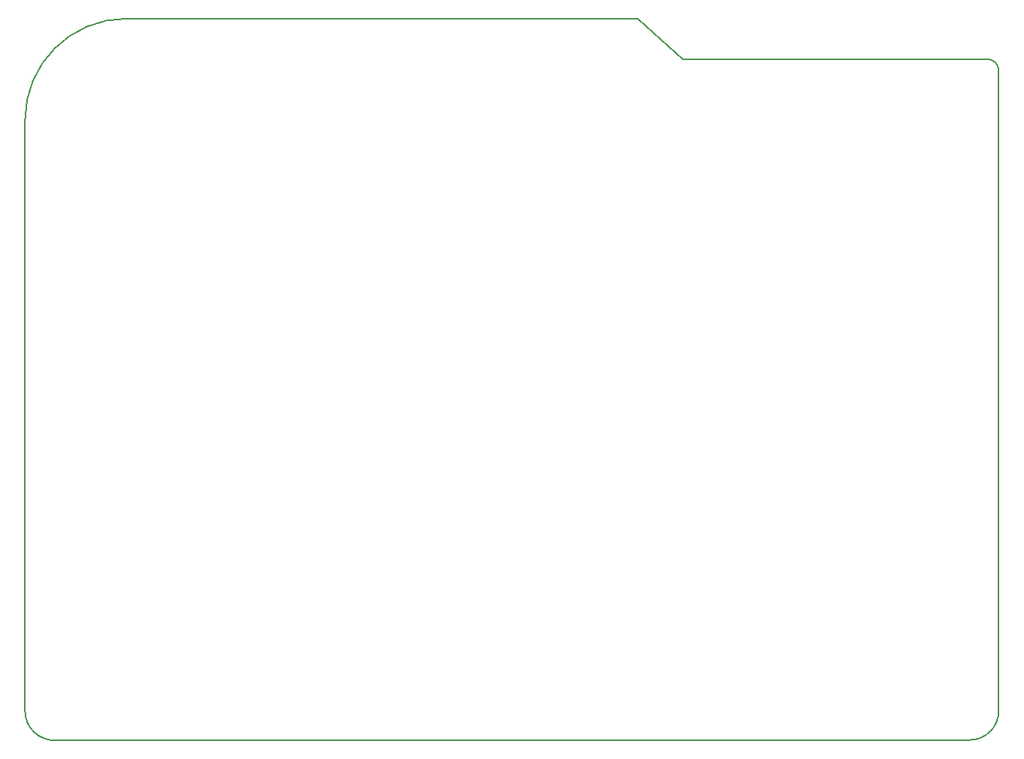
<source format=gm1>
G04 #@! TF.GenerationSoftware,KiCad,Pcbnew,(5.1.5-0-10_14)*
G04 #@! TF.CreationDate,2020-06-02T16:03:12+01:00*
G04 #@! TF.ProjectId,crabby,63726162-6279-42e6-9b69-6361645f7063,2.1*
G04 #@! TF.SameCoordinates,Original*
G04 #@! TF.FileFunction,Profile,NP*
%FSLAX46Y46*%
G04 Gerber Fmt 4.6, Leading zero omitted, Abs format (unit mm)*
G04 Created by KiCad (PCBNEW (5.1.5-0-10_14)) date 2020-06-02 16:03:12*
%MOMM*%
%LPD*%
G04 APERTURE LIST*
%ADD10C,0.150000*%
G04 APERTURE END LIST*
D10*
X38459983Y-97898485D02*
G75*
G02X35060000Y-94600000I-99983J3298485D01*
G01*
X144799985Y-94580000D02*
G75*
G02X141398485Y-97870000I-3301500J10000D01*
G01*
X143510000Y-21090000D02*
G75*
G02X144780000Y-22360000I0J-1270000D01*
G01*
X35060000Y-27940000D02*
G75*
G02X46490000Y-16510000I11430000J0D01*
G01*
X143510000Y-21090000D02*
X109220000Y-21090000D01*
X35060000Y-27940000D02*
X35060000Y-94600000D01*
X38459983Y-97898485D02*
X141400000Y-97870000D01*
X144780000Y-22360000D02*
X144799985Y-94580000D01*
X104140000Y-16510000D02*
X46490000Y-16510000D01*
X109220000Y-21090000D02*
X104140000Y-16510000D01*
M02*

</source>
